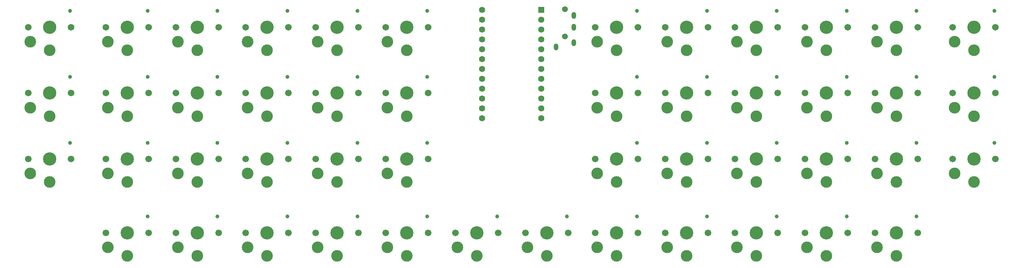
<source format=gbr>
%TF.GenerationSoftware,KiCad,Pcbnew,(6.0.7)*%
%TF.CreationDate,2022-09-18T11:37:26+07:00*%
%TF.ProjectId,Naked48,4e616b65-6434-4382-9e6b-696361645f70,rev?*%
%TF.SameCoordinates,Original*%
%TF.FileFunction,Soldermask,Top*%
%TF.FilePolarity,Negative*%
%FSLAX46Y46*%
G04 Gerber Fmt 4.6, Leading zero omitted, Abs format (unit mm)*
G04 Created by KiCad (PCBNEW (6.0.7)) date 2022-09-18 11:37:26*
%MOMM*%
%LPD*%
G01*
G04 APERTURE LIST*
%ADD10C,0.990600*%
%ADD11C,3.000000*%
%ADD12C,3.429000*%
%ADD13C,1.701800*%
%ADD14C,1.500000*%
%ADD15O,1.200000X1.800000*%
%ADD16R,1.600000X1.600000*%
%ADD17C,1.600000*%
G04 APERTURE END LIST*
D10*
%TO.C,MX1*%
X29220000Y-22880000D03*
D11*
X24000000Y-33030000D03*
D12*
X24000000Y-27080000D03*
D13*
X18500000Y-27080000D03*
X29500000Y-27080000D03*
D11*
X19000000Y-30830000D03*
%TD*%
D10*
%TO.C,MX2*%
X49220000Y-22880000D03*
D11*
X44000000Y-33030000D03*
D12*
X44000000Y-27080000D03*
D11*
X39000000Y-30830000D03*
D13*
X49500000Y-27080000D03*
X38500000Y-27080000D03*
%TD*%
D10*
%TO.C,MX3*%
X67220000Y-22880000D03*
D11*
X62000000Y-33030000D03*
D13*
X56500000Y-27080000D03*
D11*
X57000000Y-30830000D03*
D12*
X62000000Y-27080000D03*
D13*
X67500000Y-27080000D03*
%TD*%
D10*
%TO.C,MX4*%
X85220000Y-22880000D03*
D13*
X85500000Y-27080000D03*
X74500000Y-27080000D03*
D11*
X80000000Y-33030000D03*
X75000000Y-30830000D03*
D12*
X80000000Y-27080000D03*
%TD*%
D11*
%TO.C,MX5*%
X93000000Y-30830000D03*
D12*
X98000000Y-27080000D03*
D10*
X103220000Y-22880000D03*
D11*
X98000000Y-33030000D03*
D13*
X92500000Y-27080000D03*
X103500000Y-27080000D03*
%TD*%
%TO.C,MX6*%
X121500000Y-27080000D03*
X110500000Y-27080000D03*
D12*
X116000000Y-27080000D03*
D10*
X121220000Y-22880000D03*
D11*
X116000000Y-33030000D03*
X111000000Y-30830000D03*
%TD*%
D12*
%TO.C,MX7*%
X170000000Y-27080000D03*
D11*
X165000000Y-30830000D03*
D13*
X175500000Y-27080000D03*
X164500000Y-27080000D03*
D11*
X170000000Y-33030000D03*
D10*
X175220000Y-22880000D03*
%TD*%
%TO.C,MX8*%
X193220000Y-22880000D03*
D12*
X188000000Y-27080000D03*
D13*
X182500000Y-27080000D03*
D11*
X183000000Y-30830000D03*
D13*
X193500000Y-27080000D03*
D11*
X188000000Y-33030000D03*
%TD*%
%TO.C,MX9*%
X201000000Y-30830000D03*
D12*
X206000000Y-27080000D03*
D11*
X206000000Y-33030000D03*
D10*
X211220000Y-22880000D03*
D13*
X200500000Y-27080000D03*
X211500000Y-27080000D03*
%TD*%
D12*
%TO.C,MX10*%
X224000000Y-27080000D03*
D11*
X219000000Y-30830000D03*
X224000000Y-33030000D03*
D13*
X229500000Y-27080000D03*
X218500000Y-27080000D03*
D10*
X229220000Y-22880000D03*
%TD*%
D13*
%TO.C,MX11*%
X247500000Y-27080000D03*
D12*
X242000000Y-27080000D03*
D11*
X237000000Y-30830000D03*
D13*
X236500000Y-27080000D03*
D11*
X242000000Y-33030000D03*
D10*
X247220000Y-22880000D03*
%TD*%
D11*
%TO.C,MX12*%
X262000000Y-33030000D03*
X257000000Y-30830000D03*
D10*
X267220000Y-22880000D03*
D12*
X262000000Y-27080000D03*
D13*
X256500000Y-27080000D03*
X267500000Y-27080000D03*
%TD*%
D11*
%TO.C,MX13*%
X19000000Y-47830000D03*
D13*
X29500000Y-44080000D03*
D11*
X24000000Y-50030000D03*
D12*
X24000000Y-44080000D03*
D13*
X18500000Y-44080000D03*
D10*
X29220000Y-39880000D03*
%TD*%
D11*
%TO.C,MX14*%
X44000000Y-50030000D03*
D13*
X49500000Y-44080000D03*
X38500000Y-44080000D03*
D12*
X44000000Y-44080000D03*
D10*
X49220000Y-39880000D03*
D11*
X39000000Y-47830000D03*
%TD*%
D13*
%TO.C,MX15*%
X67500000Y-44080000D03*
D11*
X62000000Y-50030000D03*
D13*
X56500000Y-44080000D03*
D10*
X67220000Y-39880000D03*
D12*
X62000000Y-44080000D03*
D11*
X57000000Y-47830000D03*
%TD*%
%TO.C,MX16*%
X80000000Y-50030000D03*
D13*
X85500000Y-44080000D03*
D11*
X75000000Y-47830000D03*
D10*
X85220000Y-39880000D03*
D12*
X80000000Y-44080000D03*
D13*
X74500000Y-44080000D03*
%TD*%
%TO.C,MX17*%
X103500000Y-44080000D03*
D11*
X93000000Y-47830000D03*
D13*
X92500000Y-44080000D03*
D10*
X103220000Y-39880000D03*
D11*
X98000000Y-50030000D03*
D12*
X98000000Y-44080000D03*
%TD*%
D11*
%TO.C,MX18*%
X111000000Y-47830000D03*
X116000000Y-50030000D03*
D12*
X116000000Y-44080000D03*
D13*
X110500000Y-44080000D03*
X121500000Y-44080000D03*
D10*
X121220000Y-39880000D03*
%TD*%
D12*
%TO.C,MX19*%
X170000000Y-44080000D03*
D13*
X164500000Y-44080000D03*
D10*
X175220000Y-39880000D03*
D13*
X175500000Y-44080000D03*
D11*
X165000000Y-47830000D03*
X170000000Y-50030000D03*
%TD*%
D12*
%TO.C,MX20*%
X188000000Y-44080000D03*
D10*
X193220000Y-39880000D03*
D13*
X193500000Y-44080000D03*
D11*
X183000000Y-47830000D03*
X188000000Y-50030000D03*
D13*
X182500000Y-44080000D03*
%TD*%
D11*
%TO.C,MX21*%
X206000000Y-50030000D03*
D12*
X206000000Y-44080000D03*
D11*
X201000000Y-47830000D03*
D13*
X211500000Y-44080000D03*
X200500000Y-44080000D03*
D10*
X211220000Y-39880000D03*
%TD*%
%TO.C,MX22*%
X229220000Y-39880000D03*
D13*
X218500000Y-44080000D03*
D11*
X219000000Y-47830000D03*
D12*
X224000000Y-44080000D03*
D11*
X224000000Y-50030000D03*
D13*
X229500000Y-44080000D03*
%TD*%
D11*
%TO.C,MX23*%
X237000000Y-47830000D03*
D13*
X236500000Y-44080000D03*
D12*
X242000000Y-44080000D03*
D13*
X247500000Y-44080000D03*
D10*
X247220000Y-39880000D03*
D11*
X242000000Y-50030000D03*
%TD*%
%TO.C,MX24*%
X257000000Y-47830000D03*
D13*
X256500000Y-44080000D03*
X267500000Y-44080000D03*
D10*
X267220000Y-39880000D03*
D12*
X262000000Y-44080000D03*
D11*
X262000000Y-50030000D03*
%TD*%
%TO.C,MX25*%
X24000000Y-67030000D03*
D10*
X29220000Y-56880000D03*
D12*
X24000000Y-61080000D03*
D11*
X19000000Y-64830000D03*
D13*
X29500000Y-61080000D03*
X18500000Y-61080000D03*
%TD*%
D11*
%TO.C,MX26*%
X44000000Y-86030000D03*
D13*
X38500000Y-80080000D03*
X49500000Y-80080000D03*
D11*
X39000000Y-83830000D03*
D12*
X44000000Y-80080000D03*
D10*
X49220000Y-75880000D03*
%TD*%
D11*
%TO.C,MX27*%
X39000000Y-64830000D03*
D10*
X49220000Y-56880000D03*
D13*
X38500000Y-61080000D03*
X49500000Y-61080000D03*
D12*
X44000000Y-61080000D03*
D11*
X44000000Y-67030000D03*
%TD*%
%TO.C,MX28*%
X57000000Y-83830000D03*
D10*
X67220000Y-75880000D03*
D12*
X62000000Y-80080000D03*
D11*
X62000000Y-86030000D03*
D13*
X56500000Y-80080000D03*
X67500000Y-80080000D03*
%TD*%
D12*
%TO.C,MX29*%
X62000000Y-61080000D03*
D10*
X67220000Y-56880000D03*
D13*
X56500000Y-61080000D03*
D11*
X57000000Y-64830000D03*
D13*
X67500000Y-61080000D03*
D11*
X62000000Y-67030000D03*
%TD*%
D12*
%TO.C,MX30*%
X80000000Y-80080000D03*
D13*
X85500000Y-80080000D03*
D11*
X80000000Y-86030000D03*
D10*
X85220000Y-75880000D03*
D13*
X74500000Y-80080000D03*
D11*
X75000000Y-83830000D03*
%TD*%
D12*
%TO.C,MX31*%
X80000000Y-61080000D03*
D13*
X74500000Y-61080000D03*
D11*
X80000000Y-67030000D03*
D10*
X85220000Y-56880000D03*
D11*
X75000000Y-64830000D03*
D13*
X85500000Y-61080000D03*
%TD*%
D12*
%TO.C,MX32*%
X98000000Y-80080000D03*
D13*
X92500000Y-80080000D03*
D11*
X98000000Y-86030000D03*
D10*
X103220000Y-75880000D03*
D11*
X93000000Y-83830000D03*
D13*
X103500000Y-80080000D03*
%TD*%
D10*
%TO.C,MX33*%
X103220000Y-56880000D03*
D12*
X98000000Y-61080000D03*
D13*
X92500000Y-61080000D03*
D11*
X98000000Y-67030000D03*
X93000000Y-64830000D03*
D13*
X103500000Y-61080000D03*
%TD*%
D12*
%TO.C,MX34*%
X116000000Y-80080000D03*
D10*
X121220000Y-75880000D03*
D13*
X121500000Y-80080000D03*
D11*
X116000000Y-86030000D03*
X111000000Y-83830000D03*
D13*
X110500000Y-80080000D03*
%TD*%
D12*
%TO.C,MX35*%
X116000000Y-61080000D03*
D13*
X121500000Y-61080000D03*
D10*
X121220000Y-56880000D03*
D11*
X111000000Y-64830000D03*
D13*
X110500000Y-61080000D03*
D11*
X116000000Y-67030000D03*
%TD*%
D12*
%TO.C,MX36*%
X134000000Y-80080000D03*
D11*
X134000000Y-86030000D03*
D13*
X128500000Y-80080000D03*
X139500000Y-80080000D03*
D10*
X139220000Y-75880000D03*
D11*
X129000000Y-83830000D03*
%TD*%
D13*
%TO.C,MX37*%
X175500000Y-61080000D03*
X164500000Y-61080000D03*
D12*
X170000000Y-61080000D03*
D10*
X175220000Y-56880000D03*
D11*
X170000000Y-67030000D03*
X165000000Y-64830000D03*
%TD*%
D13*
%TO.C,MX38*%
X157500000Y-80080000D03*
D10*
X157220000Y-75880000D03*
D13*
X146500000Y-80080000D03*
D11*
X147000000Y-83830000D03*
X152000000Y-86030000D03*
D12*
X152000000Y-80080000D03*
%TD*%
D11*
%TO.C,MX39*%
X183000000Y-64830000D03*
D13*
X182500000Y-61080000D03*
X193500000Y-61080000D03*
D12*
X188000000Y-61080000D03*
D11*
X188000000Y-67030000D03*
D10*
X193220000Y-56880000D03*
%TD*%
%TO.C,MX40*%
X175220000Y-75880000D03*
D11*
X165000000Y-83830000D03*
D12*
X170000000Y-80080000D03*
D11*
X170000000Y-86030000D03*
D13*
X175500000Y-80080000D03*
X164500000Y-80080000D03*
%TD*%
D10*
%TO.C,MX41*%
X211220000Y-56880000D03*
D12*
X206000000Y-61080000D03*
D11*
X201000000Y-64830000D03*
X206000000Y-67030000D03*
D13*
X200500000Y-61080000D03*
X211500000Y-61080000D03*
%TD*%
%TO.C,MX42*%
X182500000Y-80080000D03*
D10*
X193220000Y-75880000D03*
D11*
X183000000Y-83830000D03*
X188000000Y-86030000D03*
D12*
X188000000Y-80080000D03*
D13*
X193500000Y-80080000D03*
%TD*%
%TO.C,MX43*%
X229500000Y-61080000D03*
D12*
X224000000Y-61080000D03*
D11*
X219000000Y-64830000D03*
D10*
X229220000Y-56880000D03*
D13*
X218500000Y-61080000D03*
D11*
X224000000Y-67030000D03*
%TD*%
%TO.C,MX44*%
X201000000Y-83830000D03*
D13*
X211500000Y-80080000D03*
X200500000Y-80080000D03*
D10*
X211220000Y-75880000D03*
D11*
X206000000Y-86030000D03*
D12*
X206000000Y-80080000D03*
%TD*%
D11*
%TO.C,MX45*%
X237000000Y-64830000D03*
D13*
X236500000Y-61080000D03*
X247500000Y-61080000D03*
D12*
X242000000Y-61080000D03*
D10*
X247220000Y-56880000D03*
D11*
X242000000Y-67030000D03*
%TD*%
D12*
%TO.C,MX46*%
X224000000Y-80080000D03*
D13*
X229500000Y-80080000D03*
D11*
X219000000Y-83830000D03*
D13*
X218500000Y-80080000D03*
D11*
X224000000Y-86030000D03*
D10*
X229220000Y-75880000D03*
%TD*%
D12*
%TO.C,MX47*%
X262000000Y-61080000D03*
D11*
X257000000Y-64830000D03*
D10*
X267220000Y-56880000D03*
D11*
X262000000Y-67030000D03*
D13*
X256500000Y-61080000D03*
X267500000Y-61080000D03*
%TD*%
%TO.C,MX48*%
X236500000Y-80080000D03*
D10*
X247220000Y-75880000D03*
D11*
X237000000Y-83830000D03*
D12*
X242000000Y-80080000D03*
D13*
X247500000Y-80080000D03*
D11*
X242000000Y-86030000D03*
%TD*%
D14*
%TO.C,J1*%
X156700000Y-22480000D03*
X156700000Y-29480000D03*
D15*
X159000000Y-24080000D03*
X159000000Y-27080000D03*
X159000000Y-31080000D03*
X154400000Y-32180000D03*
%TD*%
D16*
%TO.C,U1*%
X150619999Y-22610000D03*
D17*
X150619999Y-25150000D03*
X150619999Y-27690000D03*
X150619999Y-30230000D03*
X150619999Y-32770000D03*
X150619999Y-35310000D03*
X150619999Y-37850000D03*
X150619999Y-40390000D03*
X150619999Y-42930000D03*
X150619999Y-45470000D03*
X150619999Y-48010000D03*
X150619999Y-50550000D03*
X135379999Y-50550000D03*
X135379999Y-48010000D03*
X135379999Y-45470000D03*
X135379999Y-42930000D03*
X135379999Y-40390000D03*
X135379999Y-37850000D03*
X135379999Y-35310000D03*
X135379999Y-32770000D03*
X135379999Y-30230000D03*
X135379999Y-27690000D03*
X135379999Y-25150000D03*
X135379999Y-22610000D03*
%TD*%
M02*

</source>
